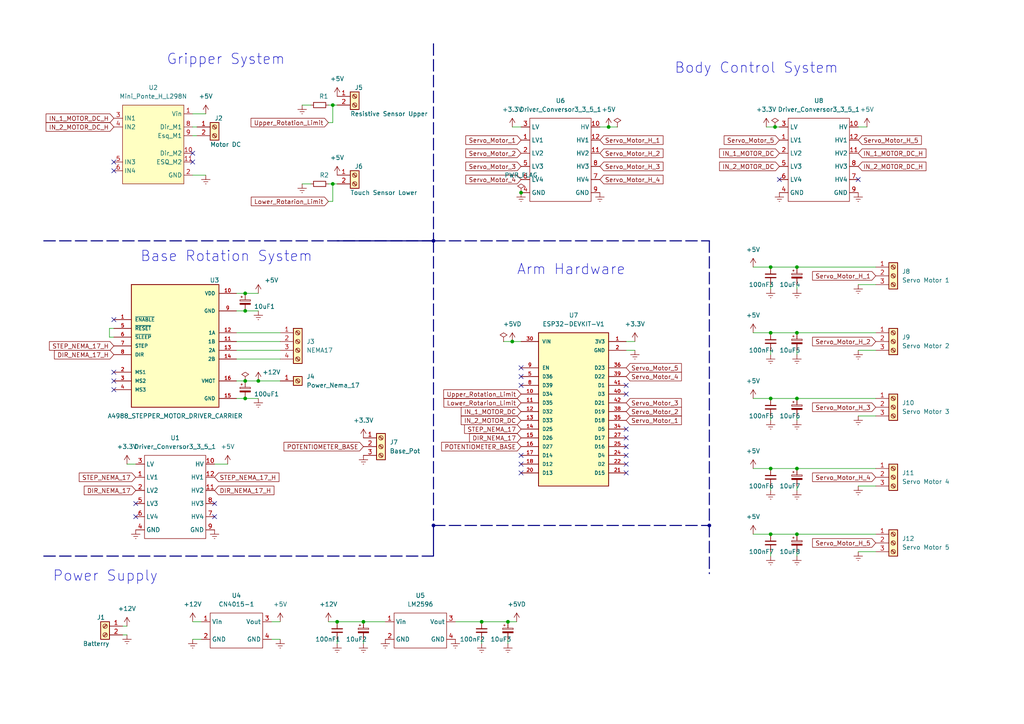
<source format=kicad_sch>
(kicad_sch (version 20211123) (generator eeschema)
  (paper "A4")
  (title_block (title "Arm HOOK") (date "2023-05-23") (rev "V1") (company "PET Engenharia Biomédica"))
  (lib_symbols
    (symbol "A4988_STEPPER_MOTOR_DRIVER_CARRIER:A4988_STEPPER_MOTOR_DRIVER_CARRIER" (pin_names (offset 1.016))
      (property "Reference" "U" (at -12.7 19.05 0))
      (property "Value" "A4988_STEPPER_MOTOR_DRIVER_CARRIER" (at -12.7 -21.59 0))
      (symbol "A4988_STEPPER_MOTOR_DRIVER_CARRIER_0_0"
        (rectangle (start -12.7 -17.78) (end 12.7 17.78) (stroke (width 0.254)) (fill (type background)))
        (pin input line (at -17.78 7.62 0) (length 5.08) (name "~{ENABLE}") (number "1"))
        (pin power_in line (at 17.78 15.24 180) (length 5.08) (name "VDD") (number "10"))
        (pin output line (at 17.78 1.27 180) (length 5.08) (name "1B") (number "11"))
        (pin output line (at 17.78 3.81 180) (length 5.08) (name "1A") (number "12"))
        (pin output line (at 17.78 -1.27 180) (length 5.08) (name "2A") (number "13"))
        (pin output line (at 17.78 -3.81 180) (length 5.08) (name "2B") (number "14"))
        (pin power_in line (at 17.78 -15.24 180) (length 5.08) (name "GND") (number "15"))
        (pin power_in line (at 17.78 -10.16 180) (length 5.08) (name "VMOT") (number "16"))
        (pin input line (at -17.78 -7.62 0) (length 5.08) (name "MS1") (number "2"))
        (pin input line (at -17.78 -10.16 0) (length 5.08) (name "MS2") (number "3"))
        (pin input line (at -17.78 -12.7 0) (length 5.08) (name "MS3") (number "4"))
        (pin bidirectional line (at -17.78 5.08 0) (length 5.08) (name "~{RESET}") (number "5"))
        (pin bidirectional line (at -17.78 2.54 0) (length 5.08) (name "~{SLEEP}") (number "6"))
        (pin input line (at -17.78 0 0) (length 5.08) (name "STEP") (number "7"))
        (pin input line (at -17.78 -2.54 0) (length 5.08) (name "DIR") (number "8"))
        (pin power_in line (at 17.78 10.16 180) (length 5.08) (name "GND") (number "9"))
      )
    )
    (symbol "CN4015-1_1"
      (property "Reference" "U" (at 2.54 -5.08 0))
      (property "Value" "CN4015-1_1" (at -8.89 -5.08 0))
      (symbol "CN4015-1_1_0_1"
        (rectangle (start -12.7 -7.62) (end 2.54 -17.78))
      )
      (symbol "CN4015-1_1_1_1"
        (pin power_in line (at -15.24 -10.16 0) (length 2.54) (name "Vin") (number "1"))
        (pin power_in line (at -15.24 -15.24 0) (length 2.54) (name "GND") (number "2"))
        (pin power_in line (at 5.08 -10.16 180) (length 2.54) (name "Vout") (number "3"))
        (pin power_in line (at 5.08 -15.24 180) (length 2.54) (name "GND") (number "4"))
      )
    )
    (symbol "Connector:Screw_Terminal_01x01" (pin_names (offset 1.016) hide)
      (property "Reference" "J" (at 0 2.54 0))
      (property "Value" "Screw_Terminal_01x01" (at 0 -2.54 0))
      (symbol "Screw_Terminal_01x01_1_1"
        (rectangle (start -1.27 1.27) (end 1.27 -1.27) (stroke (width 0.254)) (fill (type background)))
        (polyline (pts (xy -0.5334 0.3302) (xy 0.3302 -0.508)) (stroke (width 0.1524)))
        (polyline (pts (xy -0.3556 0.508) (xy 0.508 -0.3302)) (stroke (width 0.1524)))
        (circle (center 0 0) (radius 0.635) (stroke (width 0.1524)))
        (pin passive line (at -5.08 0 0) (length 3.81) (name "Pin_1") (number "1"))
      )
    )
    (symbol "Connector:Screw_Terminal_01x02" (pin_names (offset 1.016) hide)
      (property "Reference" "J" (at 0 2.54 0))
      (property "Value" "Screw_Terminal_01x02" (at 0 -5.08 0))
      (symbol "Screw_Terminal_01x02_1_1"
        (rectangle (start -1.27 1.27) (end 1.27 -3.81) (stroke (width 0.254)) (fill (type background)))
        (circle (center 0 -2.54) (radius 0.635) (stroke (width 0.1524)))
        (polyline (pts (xy -0.5334 -2.2098) (xy 0.3302 -3.048)) (stroke (width 0.1524)))
        (polyline (pts (xy -0.5334 0.3302) (xy 0.3302 -0.508)) (stroke (width 0.1524)))
        (polyline (pts (xy -0.3556 -2.032) (xy 0.508 -2.8702)) (stroke (width 0.1524)))
        (polyline (pts (xy -0.3556 0.508) (xy 0.508 -0.3302)) (stroke (width 0.1524)))
        (circle (center 0 0) (radius 0.635) (stroke (width 0.1524)))
        (pin passive line (at -5.08 0 0) (length 3.81) (name "Pin_1") (number "1"))
        (pin passive line (at -5.08 -2.54 0) (length 3.81) (name "Pin_2") (number "2"))
      )
    )
    (symbol "Connector:Screw_Terminal_01x03" (pin_names (offset 1.016) hide)
      (property "Reference" "J" (at 0 5.08 0))
      (property "Value" "Screw_Terminal_01x03" (at 0 -5.08 0))
      (symbol "Screw_Terminal_01x03_1_1"
        (rectangle (start -1.27 3.81) (end 1.27 -3.81) (stroke (width 0.254)) (fill (type background)))
        (circle (center 0 -2.54) (radius 0.635) (stroke (width 0.1524)))
        (polyline (pts (xy -0.5334 -2.2098) (xy 0.3302 -3.048)) (stroke (width 0.1524)))
        (polyline (pts (xy -0.5334 0.3302) (xy 0.3302 -0.508)) (stroke (width 0.1524)))
        (polyline (pts (xy -0.5334 2.8702) (xy 0.3302 2.032)) (stroke (width 0.1524)))
        (polyline (pts (xy -0.3556 -2.032) (xy 0.508 -2.8702)) (stroke (width 0.1524)))
        (polyline (pts (xy -0.3556 0.508) (xy 0.508 -0.3302)) (stroke (width 0.1524)))
        (polyline (pts (xy -0.3556 3.048) (xy 0.508 2.2098)) (stroke (width 0.1524)))
        (circle (center 0 0) (radius 0.635) (stroke (width 0.1524)))
        (circle (center 0 2.54) (radius 0.635) (stroke (width 0.1524)))
        (pin passive line (at -5.08 2.54 0) (length 3.81) (name "Pin_1") (number "1"))
        (pin passive line (at -5.08 0 0) (length 3.81) (name "Pin_2") (number "2"))
        (pin passive line (at -5.08 -2.54 0) (length 3.81) (name "Pin_3") (number "3"))
      )
    )
    (symbol "Connector:Screw_Terminal_01x04" (pin_names (offset 1.016) hide)
      (property "Reference" "J" (at 0 5.08 0))
      (property "Value" "Screw_Terminal_01x04" (at 0 -7.62 0))
      (symbol "Screw_Terminal_01x04_1_1"
        (rectangle (start -1.27 3.81) (end 1.27 -6.35) (stroke (width 0.254)) (fill (type background)))
        (circle (center 0 -5.08) (radius 0.635) (stroke (width 0.1524)))
        (circle (center 0 -2.54) (radius 0.635) (stroke (width 0.1524)))
        (polyline (pts (xy -0.5334 -4.7498) (xy 0.3302 -5.588)) (stroke (width 0.1524)))
        (polyline (pts (xy -0.5334 -2.2098) (xy 0.3302 -3.048)) (stroke (width 0.1524)))
        (polyline (pts (xy -0.5334 0.3302) (xy 0.3302 -0.508)) (stroke (width 0.1524)))
        (polyline (pts (xy -0.5334 2.8702) (xy 0.3302 2.032)) (stroke (width 0.1524)))
        (polyline (pts (xy -0.3556 -4.572) (xy 0.508 -5.4102)) (stroke (width 0.1524)))
        (polyline (pts (xy -0.3556 -2.032) (xy 0.508 -2.8702)) (stroke (width 0.1524)))
        (polyline (pts (xy -0.3556 0.508) (xy 0.508 -0.3302)) (stroke (width 0.1524)))
        (polyline (pts (xy -0.3556 3.048) (xy 0.508 2.2098)) (stroke (width 0.1524)))
        (circle (center 0 0) (radius 0.635) (stroke (width 0.1524)))
        (circle (center 0 2.54) (radius 0.635) (stroke (width 0.1524)))
        (pin passive line (at -5.08 2.54 0) (length 3.81) (name "Pin_1") (number "1"))
        (pin passive line (at -5.08 0 0) (length 3.81) (name "Pin_2") (number "2"))
        (pin passive line (at -5.08 -2.54 0) (length 3.81) (name "Pin_3") (number "3"))
        (pin passive line (at -5.08 -5.08 0) (length 3.81) (name "Pin_4") (number "4"))
      )
    )
    (symbol "Device:C_Polarized_Small" (pin_numbers hide) (pin_names (offset 0.254) hide)
      (property "Reference" "C" (at 0.254 1.778 0))
      (property "Value" "C_Polarized_Small" (at 0.254 -2.032 0))
      (symbol "C_Polarized_Small_0_1"
        (rectangle (start -1.524 -0.3048) (end 1.524 -0.6858) (fill (type outline)))
        (rectangle (start -1.524 0.6858) (end 1.524 0.3048))
        (polyline (pts (xy -1.27 1.524) (xy -0.762 1.524)))
        (polyline (pts (xy -1.016 1.27) (xy -1.016 1.778)))
      )
      (symbol "C_Polarized_Small_1_1"
        (pin passive line (at 0 2.54 270) (length 1.8542) (name "~") (number "1"))
        (pin passive line (at 0 -2.54 90) (length 1.8542) (name "~") (number "2"))
      )
    )
    (symbol "Device:C_Small" (pin_numbers hide) (pin_names (offset 0.254) hide)
      (property "Reference" "C" (at 0.254 1.778 0))
      (property "Value" "C_Small" (at 0.254 -2.032 0))
      (symbol "C_Small_0_1"
        (polyline (pts (xy -1.524 -0.508) (xy 1.524 -0.508)) (stroke (width 0.3302)))
        (polyline (pts (xy -1.524 0.508) (xy 1.524 0.508)) (stroke (width 0.3048)))
      )
      (symbol "C_Small_1_1"
        (pin passive line (at 0 2.54 270) (length 2.032) (name "~") (number "1"))
        (pin passive line (at 0 -2.54 90) (length 2.032) (name "~") (number "2"))
      )
    )
    (symbol "Device:R_Small" (pin_numbers hide) (pin_names (offset 0.254) hide)
      (property "Reference" "R" (at 0.762 0.508 0))
      (property "Value" "R_Small" (at 0.762 -1.016 0))
      (symbol "R_Small_0_1"
        (rectangle (start -0.762 1.778) (end 0.762 -1.778) (stroke (width 0.2032)))
      )
      (symbol "R_Small_1_1"
        (pin passive line (at 0 2.54 270) (length 0.762) (name "~") (number "1"))
        (pin passive line (at 0 -2.54 90) (length 0.762) (name "~") (number "2"))
      )
    )
    (symbol "Regulador_Tensao:CN4015-1"
      (property "Reference" "U" (at 2.54 -5.08 0))
      (property "Value" "CN4015-1" (at -8.89 -5.08 0))
      (symbol "CN4015-1_0_1"
        (rectangle (start -12.7 -7.62) (end 2.54 -17.78))
      )
      (symbol "CN4015-1_1_1"
        (pin power_in line (at -15.24 -10.16 0) (length 2.54) (name "Vin") (number "1"))
        (pin power_in line (at -15.24 -15.24 0) (length 2.54) (name "GND") (number "2"))
        (pin power_in line (at 5.08 -10.16 180) (length 2.54) (name "Vout") (number "3"))
        (pin power_in line (at 5.08 -15.24 180) (length 2.54) (name "GND") (number "4"))
      )
    )
    (symbol "driver_conversor3_3_5_1:Driver_Conversor3_3_5_1"
      (property "Reference" "U1" (at 15.24 -1.27 0))
      (property "Value" "Driver_Conversor3_3_5" (at 15.24 -3.81 0))
      (symbol "Driver_Conversor3_3_5_1_0_0"
        (rectangle (start 6.35 -6.35) (end 24.13 -30.48))
      )
      (symbol "Driver_Conversor3_3_5_1_1_1"
        (pin bidirectional line (at 3.81 -12.7 0) (length 2.54) (name "LV1") (number "1"))
        (pin power_in line (at 26.67 -8.89 180) (length 2.54) (name "HV") (number "10"))
        (pin bidirectional line (at 26.67 -16.51 180) (length 2.54) (name "HV2") (number "11"))
        (pin bidirectional line (at 26.67 -12.7 180) (length 2.54) (name "HV1") (number "12"))
        (pin bidirectional line (at 3.81 -16.51 0) (length 2.54) (name "LV2") (number "2"))
        (pin power_in line (at 3.81 -8.89 0) (length 2.54) (name "LV") (number "3"))
        (pin power_in line (at 3.81 -27.94 0) (length 2.54) (name "GND") (number "4"))
        (pin bidirectional line (at 3.81 -20.32 0) (length 2.54) (name "LV3") (number "5"))
        (pin bidirectional line (at 3.81 -24.13 0) (length 2.54) (name "LV4") (number "6"))
        (pin bidirectional line (at 26.67 -24.13 180) (length 2.54) (name "HV4") (number "7"))
        (pin bidirectional line (at 26.67 -20.32 180) (length 2.54) (name "HV3") (number "8"))
        (pin power_in line (at 26.67 -27.94 180) (length 2.54) (name "GND") (number "9"))
      )
    )
    (symbol "esp32-devkit-v1:ESP32-DEVKIT-V1" (pin_names (offset 1.016))
      (property "Reference" "U7" (at 8.89 29.21 0))
      (property "Value" "ESP32-DEVKIT-V1" (at 0 -19.05 0))
      (symbol "ESP32-DEVKIT-V1_0_0"
        (rectangle (start -10.16 27.94) (end 10.16 -16.51) (stroke (width 0.254)) (fill (type background)))
        (pin power_in line (at 15.24 25.4 180) (length 5.08) (name "3V3") (number "1"))
        (pin bidirectional line (at -15.24 10.16 0) (length 5.08) (name "D34") (number "10"))
        (pin bidirectional line (at -15.24 7.62 0) (length 5.08) (name "D35") (number "11"))
        (pin bidirectional line (at -15.24 5.08 0) (length 5.08) (name "D32") (number "12"))
        (pin bidirectional line (at -15.24 2.54 0) (length 5.08) (name "D33") (number "13"))
        (pin bidirectional line (at -15.24 0 0) (length 5.08) (name "D25") (number "14"))
        (pin bidirectional line (at -15.24 -2.54 0) (length 5.08) (name "D26") (number "15"))
        (pin bidirectional line (at -15.24 -5.08 0) (length 5.08) (name "D27") (number "16"))
        (pin bidirectional line (at -15.24 -7.62 0) (length 5.08) (name "D14") (number "17"))
        (pin bidirectional line (at -15.24 -10.16 0) (length 5.08) (name "D12") (number "18"))
        (pin power_in line (at 15.24 22.86 180) (length 5.08) (name "GND") (number "2"))
        (pin bidirectional line (at -15.24 -12.7 0) (length 5.08) (name "D13") (number "20"))
        (pin bidirectional line (at 15.24 -12.7 180) (length 5.08) (name "D15") (number "21"))
        (pin bidirectional line (at 15.24 -10.16 180) (length 5.08) (name "D2") (number "22"))
        (pin bidirectional line (at 15.24 -7.62 180) (length 5.08) (name "D4") (number "24"))
        (pin bidirectional line (at 15.24 -5.08 180) (length 5.08) (name "D16") (number "25"))
        (pin bidirectional line (at 15.24 -2.54 180) (length 5.08) (name "D17") (number "27"))
        (pin power_in line (at -15.24 25.4 0) (length 5.08) (name "VIN") (number "30"))
        (pin bidirectional line (at 15.24 0 180) (length 5.08) (name "D5") (number "34"))
        (pin bidirectional line (at 15.24 2.54 180) (length 5.08) (name "D18") (number "35"))
        (pin bidirectional line (at 15.24 17.78 180) (length 5.08) (name "D23") (number "36"))
        (pin bidirectional line (at 15.24 5.08 180) (length 5.08) (name "D19") (number "38"))
        (pin bidirectional line (at 15.24 15.24 180) (length 5.08) (name "D22") (number "39"))
        (pin bidirectional line (at 15.24 10.16 180) (length 5.08) (name "D3") (number "40"))
        (pin bidirectional line (at 15.24 12.7 180) (length 5.08) (name "D1") (number "41"))
        (pin bidirectional line (at 15.24 7.62 180) (length 5.08) (name "D21") (number "42"))
        (pin bidirectional line (at -15.24 15.24 0) (length 5.08) (name "D36") (number "5"))
        (pin bidirectional line (at -15.24 12.7 0) (length 5.08) (name "D39") (number "8"))
        (pin input line (at -15.24 17.78 0) (length 5.08) (name "EN") (number "9"))
      )
    )
    (symbol "mini_ponte_h_l298n:Mini_Ponte_H_L298N"
      (property "Reference" "U2" (at 2.54 -3.81 0))
      (property "Value" "Mini_Ponte_H_L298N" (at -5.08 -30.48 0))
      (symbol "Mini_Ponte_H_L298N_0_1"
        (rectangle (start -13.97 -5.08) (end 3.81 -27.94) (fill (type background)))
      )
      (symbol "Mini_Ponte_H_L298N_1_1"
        (pin power_in line (at 6.35 -7.62 180) (length 2.54) (name "Vin") (number "1"))
        (pin output line (at 6.35 -19.05 180) (length 2.54) (name "Dir_M2") (number "10"))
        (pin output line (at 6.35 -21.59 180) (length 2.54) (name "ESQ_M2") (number "11"))
        (pin power_in line (at 6.35 -25.4 180) (length 2.54) (name "GND") (number "2"))
        (pin input line (at -16.51 -8.89 0) (length 2.54) (name "IN1") (number "3"))
        (pin input line (at -16.51 -11.43 0) (length 2.54) (name "IN2") (number "4"))
        (pin input line (at -16.51 -21.59 0) (length 2.54) (name "IN3") (number "5"))
        (pin input line (at -16.51 -24.13 0) (length 2.54) (name "IN4") (number "6"))
        (pin output line (at 6.35 -11.43 180) (length 2.54) (name "Dir_M1") (number "8"))
        (pin output line (at 6.35 -13.97 180) (length 2.54) (name "Esq_M1") (number "9"))
      )
    )
    (symbol "power:+12V" (power) (pin_names (offset 0))
      (property "Value" "+12V" (at 0 3.556 0))
      (symbol "+12V_0_1"
        (polyline (pts (xy -0.762 1.27) (xy 0 2.54)))
        (polyline (pts (xy 0 0) (xy 0 2.54)))
        (polyline (pts (xy 0 2.54) (xy 0.762 1.27)))
      )
      (symbol "+12V_1_1"
        (pin power_in line (at 0 0 90) (length 0) hide (name "+12V") (number "1"))
      )
    )
    (symbol "power:+3.3V" (power) (pin_names (offset 0))
      (property "Value" "+3.3V" (at 0 3.556 0))
      (symbol "+3.3V_0_1"
        (polyline (pts (xy -0.762 1.27) (xy 0 2.54)))
        (polyline (pts (xy 0 0) (xy 0 2.54)))
        (polyline (pts (xy 0 2.54) (xy 0.762 1.27)))
      )
      (symbol "+3.3V_1_1"
        (pin power_in line (at 0 0 90) (length 0) hide (name "+3.3V") (number "1"))
      )
    )
    (symbol "power:+5V" (power) (pin_names (offset 0))
      (property "Value" "+5V" (at 0 3.556 0))
      (symbol "+5V_0_1"
        (polyline (pts (xy -0.762 1.27) (xy 0 2.54)))
        (polyline (pts (xy 0 0) (xy 0 2.54)))
        (polyline (pts (xy 0 2.54) (xy 0.762 1.27)))
      )
      (symbol "+5V_1_1"
        (pin power_in line (at 0 0 90) (length 0) hide (name "+5V") (number "1"))
      )
    )
    (symbol "power:+5VD" (power) (pin_names (offset 0))
      (property "Value" "+5VD" (at 0 3.556 0))
      (symbol "+5VD_0_1"
        (polyline (pts (xy -0.762 1.27) (xy 0 2.54)))
        (polyline (pts (xy 0 0) (xy 0 2.54)))
        (polyline (pts (xy 0 2.54) (xy 0.762 1.27)))
      )
      (symbol "+5VD_1_1"
        (pin power_in line (at 0 0 90) (length 0) hide (name "+5VD") (number "1"))
      )
    )
    (symbol "power:Earth" (power) (pin_names (offset 0))
      (symbol "Earth_0_1"
        (polyline (pts (xy -0.635 -1.905) (xy 0.635 -1.905)))
        (polyline (pts (xy -0.127 -2.54) (xy 0.127 -2.54)))
        (polyline (pts (xy 0 -1.27) (xy 0 0)))
        (polyline (pts (xy 1.27 -1.27) (xy -1.27 -1.27)))
      )
      (symbol "Earth_1_1"
        (pin power_in line (at 0 0 270) (length 0) hide (name "Earth") (number "1"))
      )
    )
    (symbol "power:PWR_FLAG" (power) (pin_numbers hide) (pin_names (offset 0) hide)
      (property "Value" "PWR_FLAG" (at 0 3.81 0))
      (symbol "PWR_FLAG_0_0"
        (pin power_out line (at 0 0 90) (length 0) (name "pwr") (number "1"))
      )
      (symbol "PWR_FLAG_0_1"
        (polyline (pts (xy 0 0) (xy 0 1.27) (xy -1.016 1.905) (xy 0 2.54) (xy 1.016 1.905) (xy 0 1.27)))
      )
    )
  )
  (junction (at 223.52 154.94))
  (junction (at 74.93 110.49))
  (junction (at 231.14 135.89))
  (junction (at 105.41 180.34))
  (junction (at 147.32 180.34))
  (junction (at 71.12 115.57))
  (junction (at 205.74 152.4))
  (junction (at 231.14 115.57))
  (junction (at 71.12 85.09))
  (junction (at 139.7 180.34))
  (junction (at 223.52 135.89))
  (junction (at 231.14 96.52))
  (junction (at 71.12 90.17))
  (junction (at 96.52 30.48))
  (junction (at 96.52 53.34))
  (junction (at 223.52 77.47))
  (junction (at 223.52 115.57))
  (junction (at 148.59 99.06))
  (junction (at 224.79 36.83))
  (junction (at 97.79 180.34))
  (junction (at 231.14 77.47))
  (junction (at 71.12 110.49))
  (junction (at 231.14 154.94))
  (junction (at 176.53 36.83))
  (junction (at 125.73 152.4))
  (junction (at 223.52 96.52))
  (junction (at 151.13 55.88))
  (junction (at 125.73 69.85))
  (no_connect (at 151.13 132.08))
  (no_connect (at 55.88 44.45))
  (no_connect (at 55.88 46.99))
  (no_connect (at 33.02 49.53))
  (no_connect (at 33.02 46.99))
  (no_connect (at 151.13 134.62))
  (no_connect (at 151.13 137.16))
  (no_connect (at 151.13 106.68))
  (no_connect (at 151.13 109.22))
  (no_connect (at 181.61 127))
  (no_connect (at 181.61 124.46))
  (no_connect (at 151.13 111.76))
  (no_connect (at 62.23 146.05))
  (no_connect (at 62.23 149.86))
  (no_connect (at 39.37 146.05))
  (no_connect (at 39.37 149.86))
  (no_connect (at 33.02 110.49))
  (no_connect (at 33.02 113.03))
  (no_connect (at 33.02 92.71))
  (no_connect (at 33.02 107.95))
  (no_connect (at 181.61 129.54))
  (no_connect (at 181.61 134.62))
  (no_connect (at 181.61 132.08))
  (no_connect (at 181.61 137.16))
  (no_connect (at 181.61 114.3))
  (no_connect (at 181.61 111.76))
  (no_connect (at 226.06 52.07))
  (no_connect (at 248.92 52.07))
  (bus (pts (xy 205.74 69.85) (xy 205.74 152.4)) (stroke (width 0) (type dash)))
  (wire (pts (xy 223.52 77.47) (xy 231.14 77.47)))
  (bus (pts (xy 125.73 12.7) (xy 125.73 69.85)) (stroke (width 0) (type dash)))
  (wire (pts (xy 223.52 115.57) (xy 231.14 115.57)))
  (wire (pts (xy 57.15 36.83) (xy 55.88 36.83)))
  (wire (pts (xy 139.7 186.69) (xy 139.7 185.42)))
  (wire (pts (xy 57.15 39.37) (xy 55.88 39.37)))
  (wire (pts (xy 66.04 134.62) (xy 62.23 134.62)))
  (wire (pts (xy 95.25 35.56) (xy 96.52 35.56)))
  (wire (pts (xy 97.79 186.69) (xy 97.79 185.42)))
  (wire (pts (xy 81.28 185.42) (xy 78.74 185.42)))
  (wire (pts (xy 68.58 90.17) (xy 71.12 90.17)))
  (wire (pts (xy 87.63 30.48) (xy 90.17 30.48)))
  (wire (pts (xy 218.44 154.94) (xy 223.52 154.94)))
  (wire (pts (xy 248.92 120.65) (xy 254 120.65)))
  (wire (pts (xy 71.12 85.09) (xy 74.93 85.09)))
  (wire (pts (xy 231.14 135.89) (xy 254 135.89)))
  (wire (pts (xy 223.52 121.92) (xy 223.52 120.65)))
  (wire (pts (xy 218.44 77.47) (xy 223.52 77.47)))
  (wire (pts (xy 223.52 102.87) (xy 223.52 101.6)))
  (wire (pts (xy 231.14 142.24) (xy 231.14 140.97)))
  (wire (pts (xy 218.44 115.57) (xy 223.52 115.57)))
  (wire (pts (xy 55.88 180.34) (xy 58.42 180.34)))
  (wire (pts (xy 251.46 36.83) (xy 248.92 36.83)))
  (wire (pts (xy 231.14 83.82) (xy 231.14 82.55)))
  (wire (pts (xy 95.25 30.48) (xy 96.52 30.48)))
  (wire (pts (xy 105.41 186.69) (xy 105.41 185.42)))
  (bus (pts (xy 125.73 69.85) (xy 205.74 69.85)) (stroke (width 0) (type dash)))
  (wire (pts (xy 223.52 154.94) (xy 231.14 154.94)))
  (bus (pts (xy 97.79 69.85) (xy 125.73 69.85)))
  (wire (pts (xy 36.83 181.61) (xy 35.56 181.61)))
  (wire (pts (xy 31.75 97.79) (xy 33.02 97.79)))
  (wire (pts (xy 184.15 101.6) (xy 181.61 101.6)))
  (wire (pts (xy 223.52 96.52) (xy 231.14 96.52)))
  (wire (pts (xy 231.14 115.57) (xy 254 115.57)))
  (wire (pts (xy 95.25 58.42) (xy 96.52 58.42)))
  (wire (pts (xy 68.58 96.52) (xy 81.28 96.52)))
  (wire (pts (xy 59.69 50.8) (xy 55.88 50.8)))
  (wire (pts (xy 222.25 36.83) (xy 224.79 36.83)))
  (wire (pts (xy 68.58 101.6) (xy 81.28 101.6)))
  (wire (pts (xy 231.14 102.87) (xy 231.14 101.6)))
  (wire (pts (xy 81.28 110.49) (xy 74.93 110.49)))
  (wire (pts (xy 231.14 121.92) (xy 231.14 120.65)))
  (wire (pts (xy 223.52 135.89) (xy 231.14 135.89)))
  (wire (pts (xy 81.28 180.34) (xy 78.74 180.34)))
  (wire (pts (xy 74.93 115.57) (xy 71.12 115.57)))
  (wire (pts (xy 224.79 36.83) (xy 226.06 36.83)))
  (wire (pts (xy 132.08 180.34) (xy 139.7 180.34)))
  (wire (pts (xy 31.75 95.25) (xy 33.02 95.25)))
  (wire (pts (xy 68.58 99.06) (xy 81.28 99.06)))
  (wire (pts (xy 223.52 142.24) (xy 223.52 140.97)))
  (wire (pts (xy 176.53 36.83) (xy 179.07 36.83)))
  (wire (pts (xy 31.75 95.25) (xy 31.75 97.79)))
  (wire (pts (xy 231.14 77.47) (xy 254 77.47)))
  (wire (pts (xy 95.25 53.34) (xy 96.52 53.34)))
  (wire (pts (xy 223.52 83.82) (xy 223.52 82.55)))
  (wire (pts (xy 81.28 104.14) (xy 68.58 104.14)))
  (wire (pts (xy 231.14 154.94) (xy 254 154.94)))
  (wire (pts (xy 96.52 30.48) (xy 97.79 30.48)))
  (wire (pts (xy 36.83 134.62) (xy 39.37 134.62)))
  (bus (pts (xy 12.7 69.85) (xy 125.73 69.85)) (stroke (width 0) (type dash)))
  (wire (pts (xy 105.41 180.34) (xy 111.76 180.34)))
  (wire (pts (xy 176.53 36.83) (xy 173.99 36.83)))
  (bus (pts (xy 125.73 161.29) (xy 125.73 152.4)))
  (wire (pts (xy 148.59 99.06) (xy 151.13 99.06)))
  (wire (pts (xy 71.12 90.17) (xy 74.93 90.17)))
  (wire (pts (xy 139.7 180.34) (xy 147.32 180.34)))
  (wire (pts (xy 95.25 180.34) (xy 97.79 180.34)))
  (wire (pts (xy 36.83 184.15) (xy 35.56 184.15)))
  (wire (pts (xy 55.88 185.42) (xy 58.42 185.42)))
  (wire (pts (xy 96.52 58.42) (xy 96.52 53.34)))
  (bus (pts (xy 12.7 161.29) (xy 125.73 161.29)) (stroke (width 0) (type dash)))
  (wire (pts (xy 147.32 186.69) (xy 147.32 185.42)))
  (wire (pts (xy 59.69 33.02) (xy 55.88 33.02)))
  (wire (pts (xy 149.86 180.34) (xy 147.32 180.34)))
  (bus (pts (xy 205.74 152.4) (xy 205.74 166.37)) (stroke (width 0) (type dash)))
  (wire (pts (xy 218.44 96.52) (xy 223.52 96.52)))
  (bus (pts (xy 125.73 152.4) (xy 205.74 152.4)) (stroke (width 0) (type dash)))
  (wire (pts (xy 146.05 99.06) (xy 148.59 99.06)))
  (wire (pts (xy 223.52 161.29) (xy 223.52 160.02)))
  (wire (pts (xy 96.52 35.56) (xy 96.52 30.48)))
  (wire (pts (xy 248.92 140.97) (xy 254 140.97)))
  (bus (pts (xy 125.73 69.85) (xy 125.73 152.4)) (stroke (width 0) (type dash)))
  (wire (pts (xy 87.63 53.34) (xy 90.17 53.34)))
  (wire (pts (xy 71.12 110.49) (xy 68.58 110.49)))
  (wire (pts (xy 248.92 101.6) (xy 254 101.6)))
  (wire (pts (xy 71.12 115.57) (xy 68.58 115.57)))
  (wire (pts (xy 97.79 180.34) (xy 105.41 180.34)))
  (wire (pts (xy 218.44 135.89) (xy 223.52 135.89)))
  (wire (pts (xy 74.93 110.49) (xy 71.12 110.49)))
  (wire (pts (xy 231.14 161.29) (xy 231.14 160.02)))
  (wire (pts (xy 248.92 160.02) (xy 254 160.02)))
  (wire (pts (xy 148.59 36.83) (xy 151.13 36.83)))
  (wire (pts (xy 184.15 99.06) (xy 181.61 99.06)))
  (wire (pts (xy 96.52 53.34) (xy 97.79 53.34)))
  (wire (pts (xy 248.92 82.55) (xy 254 82.55)))
  (wire (pts (xy 231.14 96.52) (xy 254 96.52)))
  (wire (pts (xy 68.58 85.09) (xy 71.12 85.09)))
  (text "Power Supply" (at 15.24 168.91 0) (effects (font (size 3 3)) (justify left bottom)))
  (text "Arm Hardware" (at 149.86 80.01 0) (effects (font (size 3 3)) (justify left bottom)))
  (text "Body Control System" (at 195.58 21.59 0) (effects (font (size 3 3)) (justify left bottom)))
  (text "Base Rotation System" (at 40.64 76.2 0) (effects (font (size 3 3)) (justify left bottom)))
  (text "Gripper System" (at 48.26 19.05 0) (effects (font (size 3 3)) (justify left bottom)))
  (global_label "IN_2_MOTOR_DC_H" (shape input) (at 248.92 48.26 0) (property "Intersheet References" "${INTERSHEET_REFS}" (effects hide)))
  (global_label "STEP_NEMA_17" (shape input) (at 39.37 138.43 180) (property "Intersheet References" "${INTERSHEET_REFS}" (effects hide)))
  (global_label "Servo_Motor_1" (shape input) (at 181.61 121.92 0) (property "Intersheet References" "${INTERSHEET_REFS}" (effects hide)))
  (global_label "Servo_Motor_4" (shape input) (at 181.61 109.22 0) (property "Intersheet References" "${INTERSHEET_REFS}" (effects hide)))
  (global_label "STEP_NEMA_17" (shape input) (at 151.13 124.46 180) (property "Intersheet References" "${INTERSHEET_REFS}" (effects hide)))
  (global_label "Servo_Motor_3" (shape input) (at 181.61 116.84 0) (property "Intersheet References" "${INTERSHEET_REFS}" (effects hide)))
  (global_label "Servo_Motor_5" (shape input) (at 181.61 106.68 0) (property "Intersheet References" "${INTERSHEET_REFS}" (effects hide)))
  (global_label "Lower_Rotarion_Limit" (shape input) (at 151.13 116.84 180) (property "Intersheet References" "${INTERSHEET_REFS}" (effects hide)))
  (global_label "DIR_NEMA_17" (shape input) (at 39.37 142.24 180) (property "Intersheet References" "${INTERSHEET_REFS}" (effects hide)))
  (global_label "Servo_Motor_H_3" (shape input) (at 173.99 48.26 0) (property "Intersheet References" "${INTERSHEET_REFS}" (effects hide)))
  (global_label "Servo_Motor_H_5" (shape input) (at 248.92 40.64 0) (property "Intersheet References" "${INTERSHEET_REFS}" (effects hide)))
  (global_label "Upper_Rotation_Limit" (shape input) (at 95.25 35.56 180) (property "Intersheet References" "${INTERSHEET_REFS}" (effects hide)))
  (global_label "IN_1_MOTOR_DC_H" (shape input) (at 33.02 34.29 180) (property "Intersheet References" "${INTERSHEET_REFS}" (effects hide)))
  (global_label "Servo_Motor_H_2" (shape input) (at 173.99 44.45 0) (property "Intersheet References" "${INTERSHEET_REFS}" (effects hide)))
  (global_label "IN_1_MOTOR_DC" (shape input) (at 151.13 119.38 180) (property "Intersheet References" "${INTERSHEET_REFS}" (effects hide)))
  (global_label "Servo_Motor_H_2" (shape input) (at 254 99.06 180) (property "Intersheet References" "${INTERSHEET_REFS}" (effects hide)))
  (global_label "Servo_Motor_H_1" (shape input) (at 254 80.01 180) (property "Intersheet References" "${INTERSHEET_REFS}" (effects hide)))
  (global_label "Servo_Motor_3" (shape input) (at 151.13 48.26 180) (property "Intersheet References" "${INTERSHEET_REFS}" (effects hide)))
  (global_label "DIR_NEMA_17_H" (shape input) (at 62.23 142.24 0) (property "Intersheet References" "${INTERSHEET_REFS}" (effects hide)))
  (global_label "STEP_NEMA_17_H" (shape input) (at 62.23 138.43 0) (property "Intersheet References" "${INTERSHEET_REFS}" (effects hide)))
  (global_label "IN_2_MOTOR_DC" (shape input) (at 226.06 48.26 180) (property "Intersheet References" "${INTERSHEET_REFS}" (effects hide)))
  (global_label "IN_1_MOTOR_DC" (shape input) (at 226.06 44.45 180) (property "Intersheet References" "${INTERSHEET_REFS}" (effects hide)))
  (global_label "IN_2_MOTOR_DC_H" (shape input) (at 33.02 36.83 180) (property "Intersheet References" "${INTERSHEET_REFS}" (effects hide)))
  (global_label "Servo_Motor_H_4" (shape input) (at 254 138.43 180) (property "Intersheet References" "${INTERSHEET_REFS}" (effects hide)))
  (global_label "STEP_NEMA_17_H" (shape input) (at 33.02 100.33 180) (property "Intersheet References" "${INTERSHEET_REFS}" (effects hide)))
  (global_label "Servo_Motor_H_3" (shape input) (at 254 118.11 180) (property "Intersheet References" "${INTERSHEET_REFS}" (effects hide)))
  (global_label "Servo_Motor_H_1" (shape input) (at 173.99 40.64 0) (property "Intersheet References" "${INTERSHEET_REFS}" (effects hide)))
  (global_label "Servo_Motor_H_5" (shape input) (at 254 157.48 180) (property "Intersheet References" "${INTERSHEET_REFS}" (effects hide)))
  (global_label "Servo_Motor_1" (shape input) (at 151.13 40.64 180) (property "Intersheet References" "${INTERSHEET_REFS}" (effects hide)))
  (global_label "DIR_NEMA_17" (shape input) (at 151.13 127 180) (property "Intersheet References" "${INTERSHEET_REFS}" (effects hide)))
  (global_label "Lower_Rotarion_Limit" (shape input) (at 95.25 58.42 180) (property "Intersheet References" "${INTERSHEET_REFS}" (effects hide)))
  (global_label "IN_1_MOTOR_DC_H" (shape input) (at 248.92 44.45 0) (property "Intersheet References" "${INTERSHEET_REFS}" (effects hide)))
  (global_label "POTENTIOMETER_BASE" (shape input) (at 151.13 129.54 180) (property "Intersheet References" "${INTERSHEET_REFS}" (effects hide)))
  (global_label "DIR_NEMA_17_H" (shape input) (at 33.02 102.87 180) (property "Intersheet References" "${INTERSHEET_REFS}" (effects hide)))
  (global_label "Servo_Motor_H_4" (shape input) (at 173.99 52.07 0) (property "Intersheet References" "${INTERSHEET_REFS}" (effects hide)))
  (global_label "POTENTIOMETER_BASE" (shape input) (at 105.41 129.54 180) (property "Intersheet References" "${INTERSHEET_REFS}" (effects hide)))
  (global_label "Servo_Motor_4" (shape input) (at 151.13 52.07 180) (property "Intersheet References" "${INTERSHEET_REFS}" (effects hide)))
  (global_label "Upper_Rotation_Limit" (shape input) (at 151.13 114.3 180) (property "Intersheet References" "${INTERSHEET_REFS}" (effects hide)))
  (global_label "Servo_Motor_2" (shape input) (at 151.13 44.45 180) (property "Intersheet References" "${INTERSHEET_REFS}" (effects hide)))
  (global_label "IN_2_MOTOR_DC" (shape input) (at 151.13 121.92 180) (property "Intersheet References" "${INTERSHEET_REFS}" (effects hide)))
  (global_label "Servo_Motor_5" (shape input) (at 226.06 40.64 180) (property "Intersheet References" "${INTERSHEET_REFS}" (effects hide)))
  (global_label "Servo_Motor_2" (shape input) (at 181.61 119.38 0) (property "Intersheet References" "${INTERSHEET_REFS}" (effects hide)))
  (symbol (lib_id "power:Earth") (at 81.28 185.42 0) (unit 1)
    (property "Reference" "#PWR016" (effects hide))
    (property "Value" "Earth" (effects hide))
  )
  (symbol (lib_id "driver_conversor3_3_5_1:Driver_Conversor3_3_5_1") (at 222.25 27.94 0) (unit 1)
    (property "Reference" "U8" (at 237.49 29.21 0))
    (property "Value" "Driver_Conversor3_3_5_1" (at 237.49 31.75 0))
    (property "Footprint" "Ponte_H:Conversor_Nivel_Logico" (effects hide))
  )
  (symbol (lib_id "driver_conversor3_3_5_1:Driver_Conversor3_3_5_1") (at 35.56 125.73 0) (unit 1)
    (property "Reference" "U1" (at 50.8 127 0))
    (property "Value" "Driver_Conversor3_3_5_1" (at 50.8 129.54 0))
    (property "Footprint" "Ponte_H:Conversor_Nivel_Logico" (effects hide))
  )
  (symbol (lib_id "power:PWR_FLAG") (at 224.79 36.83 0) (unit 1)
    (property "Reference" "#FLG05" (effects hide))
    (property "Value" "PWR_FLAG" (effects hide))
  )
  (symbol (lib_id "Device:C_Small") (at 223.52 157.48 0) (unit 1)
    (property "Reference" "100nF7" (at 217.17 160.02 0) (effects (justify left)))
    (property "Value" "C_Small" (effects hide))
    (property "Footprint" "Capacitor_THT:C_Disc_D5.1mm_W3.2mm_P5.00mm" (effects hide))
  )
  (symbol (lib_id "power:Earth") (at 223.52 161.29 0) (unit 1)
    (property "Reference" "#PWR048" (effects hide))
    (property "Value" "Earth" (effects hide))
  )
  (symbol (lib_name "CN4015-1_1") (lib_id "Regulador_Tensao:CN4015-1") (at 127 170.18 0) (unit 1)
    (property "Reference" "U5" (at 121.92 172.72 0))
    (property "Value" "LM2596" (at 121.92 175.26 0))
    (property "Footprint" "Ponte_H:Regulador_Tensao" (effects hide))
  )
  (symbol (lib_id "Connector:Screw_Terminal_01x02") (at 102.87 50.8 0) (unit 1)
    (property "Reference" "J6" (at 102.87 48.26 0) (effects (justify left)))
    (property "Value" "Touch Sensor Lower" (at 101.6 55.88 0) (effects (justify left)))
    (property "Footprint" "TerminalBlock:TerminalBlock_bornier-2_P5.08mm" (effects hide))
  )
  (symbol (lib_id "power:+3.3V") (at 148.59 36.83 0) (unit 1)
    (property "Reference" "#PWR030" (effects hide))
    (property "Value" "+3.3V" (at 148.59 31.75 0))
  )
  (symbol (lib_id "power:Earth") (at 139.7 186.69 0) (unit 1)
    (property "Reference" "#PWR028" (effects hide))
    (property "Value" "Earth" (effects hide))
  )
  (symbol (lib_id "power:Earth") (at 231.14 121.92 0) (unit 1)
    (property "Reference" "#PWR052" (effects hide))
    (property "Value" "Earth" (effects hide))
  )
  (symbol (lib_id "power:PWR_FLAG") (at 151.13 55.88 0) (unit 1)
    (property "Reference" "#FLG03" (effects hide))
    (property "Value" "PWR_FLAG" (at 151.13 50.8 0))
  )
  (symbol (lib_id "Device:C_Polarized_Small") (at 231.14 99.06 0) (unit 1)
    (property "Reference" "10uF5" (at 226.06 101.6 0) (effects (justify left)))
    (property "Value" "C_Polarized_Small" (effects hide))
    (property "Footprint" "Capacitor_THT:CP_Radial_D8.0mm_P2.50mm" (effects hide))
  )
  (symbol (lib_id "power:Earth") (at 226.06 55.88 0) (unit 1)
    (property "Reference" "#PWR049" (effects hide))
    (property "Value" "Earth" (effects hide))
  )
  (symbol (lib_id "power:Earth") (at 223.52 142.24 0) (unit 1)
    (property "Reference" "#PWR047" (effects hide))
    (property "Value" "Earth" (effects hide))
  )
  (symbol (lib_id "Connector:Screw_Terminal_01x02") (at 102.87 27.94 0) (unit 1)
    (property "Reference" "J5" (at 102.87 25.4 0) (effects (justify left)))
    (property "Value" "Resistive Sensor Upper" (at 101.6 33.02 0) (effects (justify left)))
    (property "Footprint" "TerminalBlock:TerminalBlock_bornier-2_P5.08mm" (effects hide))
  )
  (symbol (lib_id "power:Earth") (at 248.92 55.88 0) (unit 1)
    (property "Reference" "#PWR055" (effects hide))
    (property "Value" "Earth" (effects hide))
  )
  (symbol (lib_id "power:+5V") (at 251.46 36.83 0) (unit 1)
    (property "Reference" "#PWR061" (effects hide))
    (property "Value" "+5V" (at 251.46 31.75 0))
  )
  (symbol (lib_id "power:Earth") (at 248.92 82.55 0) (unit 1)
    (property "Reference" "#PWR056" (effects hide))
    (property "Value" "Earth" (effects hide))
  )
  (symbol (lib_id "power:+5V") (at 218.44 135.89 0) (unit 1)
    (property "Reference" "#PWR041" (effects hide))
    (property "Value" "+5V" (at 218.44 130.81 0))
  )
  (symbol (lib_id "power:PWR_FLAG") (at 146.05 99.06 0) (unit 1)
    (property "Reference" "#FLG02" (effects hide))
    (property "Value" "PWR_FLAG" (effects hide))
  )
  (symbol (lib_id "power:+12V") (at 95.25 180.34 0) (unit 1)
    (property "Reference" "#PWR019" (effects hide))
    (property "Value" "+12V" (at 95.25 175.26 0))
  )
  (symbol (lib_id "power:Earth") (at 111.76 185.42 0) (unit 1)
    (property "Reference" "#PWR026" (effects hide))
    (property "Value" "Earth" (effects hide))
  )
  (symbol (lib_id "power:+5VD") (at 148.59 99.06 0) (unit 1)
    (property "Reference" "#PWR031" (effects hide))
    (property "Value" "+5VD" (at 148.59 93.98 0))
  )
  (symbol (lib_id "power:Earth") (at 248.92 140.97 0) (unit 1)
    (property "Reference" "#PWR059" (effects hide))
    (property "Value" "Earth" (effects hide))
  )
  (symbol (lib_id "Connector:Screw_Terminal_01x03") (at 259.08 157.48 0) (unit 1)
    (property "Reference" "J12" (at 261.62 156.2099 0) (effects (justify left)))
    (property "Value" "Servo Motor 5" (at 261.62 158.7499 0) (effects (justify left)))
    (property "Footprint" "TerminalBlock:TerminalBlock_bornier-3_P5.08mm" (effects hide))
  )
  (symbol (lib_id "power:+5V") (at 59.69 33.02 0) (unit 1)
    (property "Reference" "#PWR07" (effects hide))
    (property "Value" "+5V" (at 59.69 27.94 0))
  )
  (symbol (lib_id "power:+5V") (at 66.04 134.62 0) (unit 1)
    (property "Reference" "#PWR010" (effects hide))
    (property "Value" "+5V" (at 66.04 129.54 0))
  )
  (symbol (lib_id "power:PWR_FLAG") (at 71.12 110.49 0) (unit 1)
    (property "Reference" "#FLG01" (effects hide))
    (property "Value" "PWR_FLAG" (effects hide))
  )
  (symbol (lib_id "Device:C_Polarized_Small") (at 147.32 182.88 0) (unit 1)
    (property "Reference" "10uF3" (at 142.24 185.42 0) (effects (justify left)))
    (property "Value" "C_Polarized_Small" (effects hide))
    (property "Footprint" "Capacitor_THT:CP_Radial_D8.0mm_P2.50mm" (effects hide))
  )
  (symbol (lib_id "mini_ponte_h_l298n:Mini_Ponte_H_L298N") (at 49.53 25.4 0) (unit 1)
    (property "Reference" "U2" (at 44.45 25.4 0))
    (property "Value" "Mini_Ponte_H_L298N" (at 44.45 27.94 0))
    (property "Footprint" "Ponte_H:Ponte_H" (effects hide))
  )
  (symbol (lib_id "power:+5V") (at 218.44 115.57 0) (unit 1)
    (property "Reference" "#PWR040" (effects hide))
    (property "Value" "+5V" (at 218.44 110.49 0))
  )
  (symbol (lib_id "Device:C_Small") (at 223.52 99.06 0) (unit 1)
    (property "Reference" "100nF4" (at 217.17 101.6 0) (effects (justify left)))
    (property "Value" "C_Small" (effects hide))
    (property "Footprint" "Capacitor_THT:C_Disc_D5.1mm_W3.2mm_P5.00mm" (effects hide))
  )
  (symbol (lib_id "power:+12V") (at 55.88 180.34 0) (unit 1)
    (property "Reference" "#PWR05" (effects hide))
    (property "Value" "+12V" (at 55.88 175.26 0))
  )
  (symbol (lib_id "esp32-devkit-v1:ESP32-DEVKIT-V1") (at 166.37 124.46 0) (unit 1)
    (property "Reference" "U7" (at 166.37 91.44 0))
    (property "Value" "ESP32-DEVKIT-V1" (at 166.37 93.98 0))
    (property "Footprint" "Ponte_H:ESP32_DEV" (effects hide))
    (property "PARTREV" "N/A" (effects hide))
    (property "STANDARD" "Manufacturer Recommendations" (effects hide))
    (property "MAXIMUM_PACKAGE_HEIGHT" "6.8 mm" (effects hide))
    (property "MANUFACTURER" "DOIT" (effects hide))
  )
  (symbol (lib_id "power:+5V") (at 81.28 180.34 0) (unit 1)
    (property "Reference" "#PWR015" (effects hide))
    (property "Value" "+5V" (at 81.28 175.26 0))
  )
  (symbol (lib_id "power:Earth") (at 223.52 83.82 0) (unit 1)
    (property "Reference" "#PWR044" (effects hide))
    (property "Value" "Earth" (effects hide))
  )
  (symbol (lib_id "power:Earth") (at 223.52 121.92 0) (unit 1)
    (property "Reference" "#PWR046" (effects hide))
    (property "Value" "Earth" (effects hide))
  )
  (symbol (lib_id "Connector:Screw_Terminal_01x03") (at 110.49 129.54 0) (unit 1)
    (property "Reference" "J7" (at 113.03 128.2699 0) (effects (justify left)))
    (property "Value" "Base_Pot" (at 113.03 130.8099 0) (effects (justify left)))
    (property "Footprint" "TerminalBlock:TerminalBlock_bornier-3_P5.08mm" (effects hide))
  )
  (symbol (lib_id "power:+5V") (at 97.79 50.8 0) (unit 1)
    (property "Reference" "#PWR021" (effects hide))
    (property "Value" "+5V" (at 97.79 45.72 0))
  )
  (symbol (lib_id "power:+5V") (at 218.44 154.94 0) (unit 1)
    (property "Reference" "#PWR042" (effects hide))
    (property "Value" "+5V" (at 218.44 149.86 0))
  )
  (symbol (lib_id "power:Earth") (at 36.83 184.15 0) (unit 1)
    (property "Reference" "#PWR03" (effects hide))
    (property "Value" "Earth" (effects hide))
  )
  (symbol (lib_id "power:+5VD") (at 149.86 180.34 0) (unit 1)
    (property "Reference" "#PWR032" (effects hide))
    (property "Value" "+5VD" (at 149.86 175.26 0))
  )
  (symbol (lib_id "power:Earth") (at 132.08 185.42 0) (unit 1)
    (property "Reference" "#PWR027" (effects hide))
    (property "Value" "Earth" (effects hide))
  )
  (symbol (lib_id "power:Earth") (at 231.14 102.87 0) (unit 1)
    (property "Reference" "#PWR051" (effects hide))
    (property "Value" "Earth" (effects hide))
  )
  (symbol (lib_id "power:+12V") (at 36.83 181.61 0) (unit 1)
    (property "Reference" "#PWR02" (effects hide))
    (property "Value" "+12V" (at 36.83 176.53 0))
  )
  (symbol (lib_id "Device:C_Small") (at 139.7 182.88 0) (unit 1)
    (property "Reference" "100nF2" (at 133.35 185.42 0) (effects (justify left)))
    (property "Value" "C_Small" (effects hide))
    (property "Footprint" "Capacitor_THT:C_Disc_D5.1mm_W3.2mm_P5.00mm" (effects hide))
  )
  (symbol (lib_id "Device:C_Small") (at 97.79 182.88 0) (unit 1)
    (property "Reference" "100nF1" (at 91.44 185.42 0) (effects (justify left)))
    (property "Value" "C_Small" (effects hide))
    (property "Footprint" "Capacitor_THT:C_Disc_D5.1mm_W3.2mm_P5.00mm" (effects hide))
  )
  (symbol (lib_id "power:Earth") (at 231.14 142.24 0) (unit 1)
    (property "Reference" "#PWR053" (effects hide))
    (property "Value" "Earth" (effects hide))
  )
  (symbol (lib_id "Device:C_Small") (at 223.52 118.11 0) (unit 1)
    (property "Reference" "100nF5" (at 217.17 120.65 0) (effects (justify left)))
    (property "Value" "C_Small" (effects hide))
    (property "Footprint" "Capacitor_THT:C_Disc_D5.1mm_W3.2mm_P5.00mm" (effects hide))
  )
  (symbol (lib_id "power:Earth") (at 184.15 101.6 0) (unit 1)
    (property "Reference" "#PWR037" (effects hide))
    (property "Value" "Earth" (effects hide))
  )
  (symbol (lib_id "power:+3.3V") (at 36.83 134.62 0) (unit 1)
    (property "Reference" "#PWR01" (effects hide))
    (property "Value" "+3.3V" (at 36.83 129.54 0))
  )
  (symbol (lib_id "power:+5V") (at 218.44 96.52 0) (unit 1)
    (property "Reference" "#PWR039" (effects hide))
    (property "Value" "+5V" (at 218.44 91.44 0))
  )
  (symbol (lib_id "Connector:Screw_Terminal_01x02") (at 30.48 181.61 0) (mirror y) (unit 1)
    (property "Reference" "J1" (at 30.48 179.07 0) (effects (justify left)))
    (property "Value" "Batterry" (at 31.75 186.69 0) (effects (justify left)))
    (property "Footprint" "TerminalBlock:TerminalBlock_bornier-2_P5.08mm" (effects hide))
  )
  (symbol (lib_id "power:Earth") (at 59.69 50.8 0) (unit 1)
    (property "Reference" "#PWR08" (effects hide))
    (property "Value" "Earth" (effects hide))
  )
  (symbol (lib_id "Device:C_Polarized_Small") (at 105.41 182.88 0) (unit 1)
    (property "Reference" "10uF2" (at 100.33 185.42 0) (effects (justify left)))
    (property "Value" "C_Polarized_Small" (effects hide))
    (property "Footprint" "Capacitor_THT:CP_Radial_D8.0mm_P2.50mm" (effects hide))
  )
  (symbol (lib_id "Connector:Screw_Terminal_01x03") (at 259.08 138.43 0) (unit 1)
    (property "Reference" "J11" (at 261.62 137.1599 0) (effects (justify left)))
    (property "Value" "Servo Motor 4" (at 261.62 139.6999 0) (effects (justify left)))
    (property "Footprint" "TerminalBlock:TerminalBlock_bornier-3_P5.08mm" (effects hide))
  )
  (symbol (lib_id "power:Earth") (at 173.99 55.88 0) (unit 1)
    (property "Reference" "#PWR034" (effects hide))
    (property "Value" "Earth" (effects hide))
  )
  (symbol (lib_id "Device:C_Polarized_Small") (at 231.14 118.11 0) (unit 1)
    (property "Reference" "10uF6" (at 226.06 120.65 0) (effects (justify left)))
    (property "Value" "C_Polarized_Small" (effects hide))
    (property "Footprint" "Capacitor_THT:CP_Radial_D8.0mm_P2.50mm" (effects hide))
  )
  (symbol (lib_id "power:+5V") (at 218.44 77.47 0) (unit 1)
    (property "Reference" "#PWR038" (effects hide))
    (property "Value" "+5V" (at 218.44 72.39 0))
  )
  (symbol (lib_id "driver_conversor3_3_5_1:Driver_Conversor3_3_5_1") (at 147.32 27.94 0) (unit 1)
    (property "Reference" "U6" (at 162.56 29.21 0))
    (property "Value" "Driver_Conversor3_3_5_1" (at 162.56 31.75 0))
    (property "Footprint" "Ponte_H:Conversor_Nivel_Logico" (effects hide))
  )
  (symbol (lib_id "power:Earth") (at 248.92 101.6 0) (unit 1)
    (property "Reference" "#PWR057" (effects hide))
    (property "Value" "Earth" (effects hide))
  )
  (symbol (lib_id "power:Earth") (at 151.13 55.88 0) (unit 1)
    (property "Reference" "#PWR033" (effects hide))
    (property "Value" "Earth" (effects hide))
  )
  (symbol (lib_id "Device:C_Polarized_Small") (at 231.14 157.48 0) (unit 1)
    (property "Reference" "10uF8" (at 226.06 160.02 0) (effects (justify left)))
    (property "Value" "C_Polarized_Small" (effects hide))
    (property "Footprint" "Capacitor_THT:CP_Radial_D8.0mm_P2.50mm" (effects hide))
  )
  (symbol (lib_id "Device:R_Small") (at 92.71 30.48 90) (unit 1)
    (property "Reference" "R1" (at 95.25 27.94 90) (effects (justify left)))
    (property "Value" "R_Small" (effects hide))
    (property "Footprint" "Resistor_THT:R_Axial_DIN0207_L6.3mm_D2.5mm_P10.16mm_Horizontal" (effects hide))
  )
  (symbol (lib_id "power:Earth") (at 87.63 30.48 0) (unit 1)
    (property "Reference" "#PWR017" (effects hide))
    (property "Value" "Earth" (effects hide))
  )
  (symbol (lib_id "power:+5V") (at 176.53 36.83 0) (unit 1)
    (property "Reference" "#PWR035" (effects hide))
    (property "Value" "+5V" (at 176.53 31.75 0))
  )
  (symbol (lib_id "power:Earth") (at 39.37 153.67 0) (unit 1)
    (property "Reference" "#PWR04" (effects hide))
    (property "Value" "Earth" (effects hide))
  )
  (symbol (lib_id "Device:C_Small") (at 223.52 138.43 0) (unit 1)
    (property "Reference" "100nF6" (at 217.17 140.97 0) (effects (justify left)))
    (property "Value" "C_Small" (effects hide))
    (property "Footprint" "Capacitor_THT:C_Disc_D5.1mm_W3.2mm_P5.00mm" (effects hide))
  )
  (symbol (lib_id "Regulador_Tensao:CN4015-1") (at 73.66 170.18 0) (unit 1)
    (property "Reference" "U4" (at 68.58 172.72 0))
    (property "Value" "CN4015-1" (at 68.58 175.26 0))
    (property "Footprint" "Ponte_H:Regulador_Tensao" (effects hide))
  )
  (symbol (lib_id "Device:C_Polarized_Small") (at 231.14 80.01 0) (unit 1)
    (property "Reference" "10uF4" (at 226.06 82.55 0) (effects (justify left)))
    (property "Value" "C_Polarized_Small" (effects hide))
    (property "Footprint" "Capacitor_THT:CP_Radial_D8.0mm_P2.50mm" (effects hide))
  )
  (symbol (lib_id "power:PWR_FLAG") (at 179.07 36.83 0) (unit 1)
    (property "Reference" "#FLG04" (effects hide))
    (property "Value" "PWR_FLAG" (effects hide))
  )
  (symbol (lib_id "Device:R_Small") (at 92.71 53.34 270) (unit 1)
    (property "Reference" "R2" (at 92.71 50.8 90) (effects (justify left)))
    (property "Value" "R_Small" (effects hide))
    (property "Footprint" "Resistor_THT:R_Axial_DIN0207_L6.3mm_D2.5mm_P10.16mm_Horizontal" (effects hide))
  )
  (symbol (lib_id "Connector:Screw_Terminal_01x01") (at 86.36 110.49 0) (unit 1)
    (property "Reference" "J4" (at 88.9 109.2199 0) (effects (justify left)))
    (property "Value" "Power_Nema_17" (at 88.9 111.7599 0) (effects (justify left)))
    (property "Footprint" "Connector_Pin:Pin_D1.3mm_L11.0mm" (effects hide))
  )
  (symbol (lib_id "power:+12V") (at 74.93 110.49 0) (unit 1)
    (property "Reference" "#PWR013" (effects hide))
    (property "Value" "+12V" (at 78.74 107.95 0))
  )
  (symbol (lib_id "Device:C_Small") (at 223.52 80.01 0) (unit 1)
    (property "Reference" "100nF3" (at 217.17 82.55 0) (effects (justify left)))
    (property "Value" "C_Small" (effects hide))
    (property "Footprint" "Capacitor_THT:C_Disc_D5.1mm_W3.2mm_P5.00mm" (effects hide))
  )
  (symbol (lib_id "power:Earth") (at 248.92 120.65 0) (unit 1)
    (property "Reference" "#PWR058" (effects hide))
    (property "Value" "Earth" (effects hide))
  )
  (symbol (lib_id "power:Earth") (at 105.41 186.69 0) (unit 1)
    (property "Reference" "#PWR025" (effects hide))
    (property "Value" "Earth" (effects hide))
  )
  (symbol (lib_id "power:Earth") (at 231.14 83.82 0) (unit 1)
    (property "Reference" "#PWR050" (effects hide))
    (property "Value" "Earth" (effects hide))
  )
  (symbol (lib_id "power:+5V") (at 74.93 85.09 0) (unit 1)
    (property "Reference" "#PWR011" (effects hide))
    (property "Value" "+5V" (at 78.74 81.28 0))
  )
  (symbol (lib_id "power:Earth") (at 231.14 161.29 0) (unit 1)
    (property "Reference" "#PWR054" (effects hide))
    (property "Value" "Earth" (effects hide))
  )
  (symbol (lib_id "power:Earth") (at 74.93 115.57 0) (unit 1)
    (property "Reference" "#PWR014" (effects hide))
    (property "Value" "Earth" (effects hide))
  )
  (symbol (lib_id "power:Earth") (at 147.32 186.69 0) (unit 1)
    (property "Reference" "#PWR029" (effects hide))
    (property "Value" "Earth" (effects hide))
  )
  (symbol (lib_id "power:Earth") (at 55.88 185.42 0) (unit 1)
    (property "Reference" "#PWR06" (effects hide))
    (property "Value" "Earth" (effects hide))
  )
  (symbol (lib_id "A4988_STEPPER_MOTOR_DRIVER_CARRIER:A4988_STEPPER_MOTOR_DRIVER_CARRIER") (at 50.8 100.33 0) (unit 1)
    (property "Reference" "U3" (at 62.23 81.28 0))
    (property "Value" "A4988_STEPPER_MOTOR_DRIVER_CARRIER" (at 50.8 120.65 0))
    (property "Footprint" "Ponte_H:Driver_A4988" (effects hide))
    (property "MF" "Pololu" (effects hide))
    (property "DESCRIPTION" "Stepper motor controler; IC: A4988; 1A; Uin mot: 8÷35V" (effects hide))
    (property "PACKAGE" "None" (effects hide))
    (property "PRICE" "None" (effects hide))
    (property "MP" "A4988 STEPPER MOTOR DRIVER CARRIER" (effects hide))
    (property "AVAILABILITY" "Unavailable" (effects hide))
  )
  (symbol (lib_id "power:Earth") (at 223.52 102.87 0) (unit 1)
    (property "Reference" "#PWR045" (effects hide))
    (property "Value" "Earth" (effects hide))
  )
  (symbol (lib_id "Device:C_Polarized_Small") (at 71.12 113.03 0) (unit 1)
    (property "Reference" "100uF1" (at 73.66 114.3 0) (effects (justify left)))
    (property "Value" "C_Polarized_Small" (effects hide))
    (property "Footprint" "Capacitor_THT:CP_Radial_D8.0mm_P2.50mm" (effects hide))
  )
  (symbol (lib_id "Connector:Screw_Terminal_01x03") (at 259.08 99.06 0) (unit 1)
    (property "Reference" "J9" (at 261.62 97.7899 0) (effects (justify left)))
    (property "Value" "Servo Motor 2" (at 261.62 100.3299 0) (effects (justify left)))
    (property "Footprint" "TerminalBlock:TerminalBlock_bornier-3_P5.08mm" (effects hide))
  )
  (symbol (lib_id "power:+3.3V") (at 222.25 36.83 0) (unit 1)
    (property "Reference" "#PWR043" (effects hide))
    (property "Value" "+3.3V" (at 222.25 31.75 0))
  )
  (symbol (lib_id "Connector:Screw_Terminal_01x02") (at 62.23 36.83 0) (unit 1)
    (property "Reference" "J2" (at 62.23 34.29 0) (effects (justify left)))
    (property "Value" "Motor DC" (at 60.96 41.91 0) (effects (justify left)))
    (property "Footprint" "TerminalBlock:TerminalBlock_bornier-2_P5.08mm" (effects hide))
  )
  (symbol (lib_id "power:Earth") (at 74.93 90.17 0) (unit 1)
    (property "Reference" "#PWR012" (effects hide))
    (property "Value" "Earth" (effects hide))
  )
  (symbol (lib_id "power:Earth") (at 248.92 160.02 0) (unit 1)
    (property "Reference" "#PWR060" (effects hide))
    (property "Value" "Earth" (effects hide))
  )
  (symbol (lib_id "power:Earth") (at 105.41 132.08 0) (unit 1)
    (property "Reference" "#PWR024" (effects hide))
    (property "Value" "Earth" (effects hide))
  )
  (symbol (lib_id "power:+3.3V") (at 184.15 99.06 0) (unit 1)
    (property "Reference" "#PWR036" (effects hide))
    (property "Value" "+3.3V" (at 184.15 93.98 0))
  )
  (symbol (lib_id "power:+5V") (at 97.79 27.94 0) (unit 1)
    (property "Reference" "#PWR020" (effects hide))
    (property "Value" "+5V" (at 97.79 22.86 0))
  )
  (symbol (lib_id "Connector:Screw_Terminal_01x04") (at 86.36 99.06 0) (unit 1)
    (property "Reference" "J3" (at 88.9 99.0599 0) (effects (justify left)))
    (property "Value" "NEMA17" (at 88.9 101.5999 0) (effects (justify left)))
    (property "Footprint" "TerminalBlock:TerminalBlock_bornier-4_P5.08mm" (effects hide))
  )
  (symbol (lib_id "Connector:Screw_Terminal_01x03") (at 259.08 118.11 0) (unit 1)
    (property "Reference" "J10" (at 261.62 116.8399 0) (effects (justify left)))
    (property "Value" "Servo Motor 3" (at 261.62 119.3799 0) (effects (justify left)))
    (property "Footprint" "TerminalBlock:TerminalBlock_bornier-3_P5.08mm" (effects hide))
  )
  (symbol (lib_id "Connector:Screw_Terminal_01x03") (at 259.08 80.01 0) (unit 1)
    (property "Reference" "J8" (at 261.62 78.7399 0) (effects (justify left)))
    (property "Value" "Servo Motor 1" (at 261.62 81.2799 0) (effects (justify left)))
    (property "Footprint" "TerminalBlock:TerminalBlock_bornier-3_P5.08mm" (effects hide))
  )
  (symbol (lib_id "Device:C_Polarized_Small") (at 231.14 138.43 0) (unit 1)
    (property "Reference" "10uF7" (at 226.06 140.97 0) (effects (justify left)))
    (property "Value" "C_Polarized_Small" (effects hide))
    (property "Footprint" "Capacitor_THT:CP_Radial_D8.0mm_P2.50mm" (effects hide))
  )
  (symbol (lib_id "power:Earth") (at 87.63 53.34 0) (unit 1)
    (property "Reference" "#PWR018" (effects hide))
    (property "Value" "Earth" (effects hide))
  )
  (symbol (lib_id "power:+3.3V") (at 105.41 127 0) (unit 1)
    (property "Reference" "#PWR023" (effects hide))
    (property "Value" "+3.3V" (at 105.41 121.92 0))
  )
  (symbol (lib_id "power:Earth") (at 97.79 186.69 0) (unit 1)
    (property "Reference" "#PWR022" (effects hide))
    (property "Value" "Earth" (effects hide))
  )
  (symbol (lib_id "Device:C_Polarized_Small") (at 71.12 87.63 0) (unit 1)
    (property "Reference" "10uF1" (at 73.66 88.9 0) (effects (justify left)))
    (property "Value" "C_Polarized_Small" (effects hide))
    (property "Footprint" "Capacitor_THT:CP_Radial_D8.0mm_P2.50mm" (effects hide))
  )
  (symbol (lib_id "power:Earth") (at 62.23 153.67 0) (unit 1)
    (property "Reference" "#PWR09" (effects hide))
    (property "Value" "Earth" (effects hide))
  )
)
</source>
